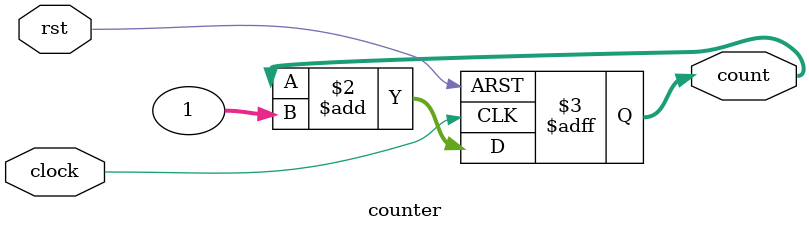
<source format=v>
module counter(clock, rst, count);
    input clock, rst;
    output [31:0] count;
    reg [31:0] count;

    always @(posedge clock or posedge rst)
        begin
            if(rst) count = 32'b0;
            else count = count + 1;
        end
endmodule
</source>
